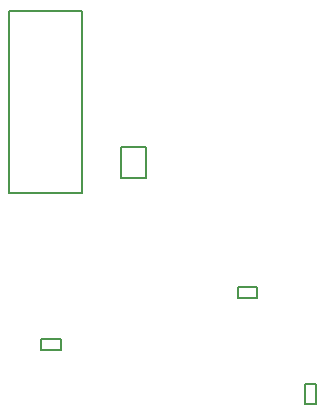
<source format=gbr>
G04*
G04 #@! TF.GenerationSoftware,Altium Limited,Altium Designer,25.7.1 (20)*
G04*
G04 Layer_Color=16711935*
%FSLAX44Y44*%
%MOMM*%
G71*
G04*
G04 #@! TF.SameCoordinates,265DE244-54D5-4CCD-A973-AF3357FD315F*
G04*
G04*
G04 #@! TF.FilePolarity,Positive*
G04*
G01*
G75*
%ADD12C,0.2000*%
D12*
X1471750Y667750D02*
Y822650D01*
X1533250D01*
Y667750D02*
Y822650D01*
X1471750Y667750D02*
X1533250D01*
X1665610Y588950D02*
X1682110D01*
Y579450D02*
Y588950D01*
X1665610Y579450D02*
X1682110D01*
X1665610D02*
Y588950D01*
X1566500Y707250D02*
X1587500D01*
Y681250D02*
Y707250D01*
X1566500Y681250D02*
X1587500D01*
X1566500D02*
Y707250D01*
X1722450Y489590D02*
X1731950D01*
Y506090D01*
X1722450D02*
X1731950D01*
X1722450Y489590D02*
Y506090D01*
X1499250Y535250D02*
Y544750D01*
Y535250D02*
X1515750D01*
Y544750D01*
X1499250D02*
X1515750D01*
M02*

</source>
